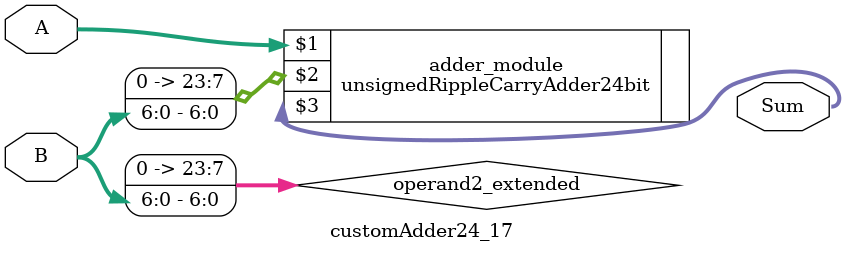
<source format=v>

module customAdder24_17(
                    input [23 : 0] A,
                    input [6 : 0] B,
                    
                    output [24 : 0] Sum
            );

    wire [23 : 0] operand2_extended;
    
    assign operand2_extended =  {17'b0, B};
    
    unsignedRippleCarryAdder24bit adder_module(
        A,
        operand2_extended,
        Sum
    );
    
endmodule
        
</source>
